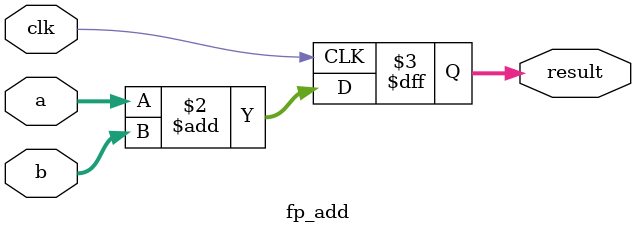
<source format=v>
module fp_add(
    input clk,
    input [31:0] a,
    input [31:0] b,
    output reg [31:0] result
);
    always @(posedge clk) begin
        result <= a + b; // Simplified; real implementation would be more complex
    end
endmodule

</source>
